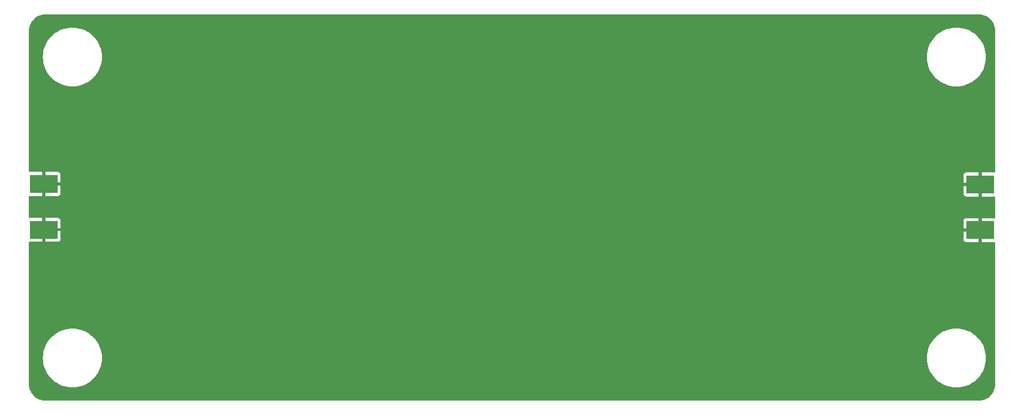
<source format=gbr>
%TF.GenerationSoftware,KiCad,Pcbnew,8.0.6*%
%TF.CreationDate,2025-04-09T11:05:23-07:00*%
%TF.ProjectId,SF_PCB_Rev1-2,53465f50-4342-45f5-9265-76312d322e6b,rev?*%
%TF.SameCoordinates,Original*%
%TF.FileFunction,Copper,L2,Bot*%
%TF.FilePolarity,Positive*%
%FSLAX46Y46*%
G04 Gerber Fmt 4.6, Leading zero omitted, Abs format (unit mm)*
G04 Created by KiCad (PCBNEW 8.0.6) date 2025-04-09 11:05:23*
%MOMM*%
%LPD*%
G01*
G04 APERTURE LIST*
%TA.AperFunction,SMDPad,CuDef*%
%ADD10R,4.191000X2.667000*%
%TD*%
%TA.AperFunction,ViaPad*%
%ADD11C,1.400000*%
%TD*%
%TA.AperFunction,ViaPad*%
%ADD12C,0.800000*%
%TD*%
G04 APERTURE END LIST*
D10*
%TO.P,J15,4*%
%TO.N,/SMDFilter/GND*%
X206495000Y-81167860D03*
%TO.P,J15,6*%
X206495000Y-74182860D03*
%TD*%
%TO.P,J11,4*%
%TO.N,/SMDFilter/GND*%
X63445000Y-74112860D03*
%TO.P,J11,6*%
X63445000Y-81097860D03*
%TD*%
D11*
%TO.N,/SMDFilter/GND*%
X146035000Y-68029500D03*
X165085000Y-68029500D03*
D12*
X66452500Y-74097860D03*
D11*
X165086000Y-87309500D03*
D12*
X203337500Y-81205360D03*
D11*
X149846000Y-87309500D03*
D12*
X203345000Y-74205360D03*
D11*
X149845000Y-68029500D03*
D12*
X66445000Y-81105360D03*
D11*
X161275000Y-68029500D03*
X153655000Y-68029500D03*
X153656000Y-87309500D03*
X157465000Y-68029500D03*
X161276000Y-87309500D03*
X157466000Y-87309500D03*
X146036000Y-87309500D03*
%TD*%
%TA.AperFunction,Conductor*%
%TO.N,/SMDFilter/GND*%
G36*
X206288736Y-48206086D02*
G01*
X206578799Y-48223631D01*
X206593662Y-48225436D01*
X206875802Y-48277140D01*
X206890324Y-48280719D01*
X207164200Y-48366061D01*
X207178166Y-48371358D01*
X207439746Y-48489084D01*
X207453004Y-48496043D01*
X207698475Y-48644434D01*
X207710784Y-48652930D01*
X207936588Y-48829833D01*
X207947788Y-48839755D01*
X208150619Y-49042583D01*
X208160548Y-49053791D01*
X208337443Y-49279579D01*
X208345949Y-49291902D01*
X208494341Y-49537366D01*
X208501300Y-49550625D01*
X208619021Y-49812185D01*
X208624331Y-49826185D01*
X208709668Y-50100030D01*
X208713252Y-50114569D01*
X208764960Y-50396706D01*
X208766765Y-50411571D01*
X208784274Y-50700969D01*
X208784500Y-50708457D01*
X208784500Y-72227028D01*
X208764815Y-72294067D01*
X208712011Y-72339822D01*
X208647252Y-72350318D01*
X208638345Y-72349360D01*
X206745000Y-72349360D01*
X206745000Y-76016360D01*
X208638328Y-76016360D01*
X208638339Y-76016359D01*
X208647242Y-76015402D01*
X208716002Y-76027806D01*
X208767140Y-76075415D01*
X208784500Y-76138691D01*
X208784500Y-79212028D01*
X208764815Y-79279067D01*
X208712011Y-79324822D01*
X208647252Y-79335318D01*
X208638345Y-79334360D01*
X206745000Y-79334360D01*
X206745000Y-83001360D01*
X208638328Y-83001360D01*
X208638339Y-83001359D01*
X208647242Y-83000402D01*
X208716002Y-83012806D01*
X208767140Y-83060415D01*
X208784500Y-83123691D01*
X208784500Y-104631864D01*
X208784499Y-104631882D01*
X208784499Y-104701619D01*
X208784273Y-104709104D01*
X208766732Y-104999165D01*
X208764927Y-105014030D01*
X208713228Y-105296161D01*
X208709645Y-105310700D01*
X208624312Y-105584551D01*
X208619002Y-105598552D01*
X208501285Y-105860117D01*
X208494326Y-105873376D01*
X208345939Y-106118843D01*
X208337433Y-106131166D01*
X208160545Y-106356951D01*
X208150616Y-106368160D01*
X207947788Y-106570990D01*
X207936580Y-106580919D01*
X207710791Y-106757815D01*
X207698468Y-106766321D01*
X207453008Y-106914710D01*
X207439748Y-106921670D01*
X207178177Y-107039393D01*
X207164177Y-107044702D01*
X206890338Y-107130035D01*
X206875799Y-107133619D01*
X206593662Y-107185323D01*
X206578797Y-107187128D01*
X206289397Y-107204634D01*
X206281910Y-107204860D01*
X63718751Y-107204860D01*
X63711264Y-107204634D01*
X63421207Y-107187088D01*
X63406342Y-107185283D01*
X63124209Y-107133580D01*
X63109670Y-107129996D01*
X62835832Y-107044664D01*
X62821831Y-107039354D01*
X62560276Y-106921636D01*
X62547018Y-106914678D01*
X62301551Y-106766287D01*
X62289227Y-106757780D01*
X62063446Y-106580889D01*
X62052238Y-106570960D01*
X61849413Y-106368133D01*
X61839484Y-106356924D01*
X61662597Y-106131140D01*
X61654093Y-106118820D01*
X61505708Y-105873357D01*
X61498749Y-105860098D01*
X61381034Y-105598539D01*
X61375724Y-105584538D01*
X61290391Y-105310684D01*
X61286810Y-105296152D01*
X61271145Y-105210666D01*
X61235111Y-105014022D01*
X61233307Y-104999160D01*
X61227699Y-104906433D01*
X61215725Y-104708441D01*
X61215500Y-104700957D01*
X61215501Y-104639475D01*
X61215500Y-104639471D01*
X61215500Y-100705360D01*
X63339693Y-100705360D01*
X63358912Y-101121057D01*
X63358912Y-101121062D01*
X63358913Y-101121067D01*
X63416403Y-101533205D01*
X63416405Y-101533213D01*
X63511679Y-101938293D01*
X63643928Y-102332870D01*
X63643931Y-102332877D01*
X63812005Y-102713529D01*
X63812010Y-102713539D01*
X63812014Y-102713548D01*
X63812018Y-102713556D01*
X63812019Y-102713557D01*
X64014506Y-103077090D01*
X64014509Y-103077094D01*
X64014511Y-103077098D01*
X64249687Y-103420413D01*
X64249689Y-103420415D01*
X64249696Y-103420425D01*
X64511760Y-103736015D01*
X64515538Y-103740565D01*
X64809794Y-104034821D01*
X64809805Y-104034830D01*
X65129933Y-104300662D01*
X65129939Y-104300666D01*
X65129946Y-104300672D01*
X65473261Y-104535848D01*
X65836811Y-104738345D01*
X65836828Y-104738352D01*
X65836829Y-104738353D01*
X65911664Y-104771396D01*
X66217495Y-104906433D01*
X66612063Y-105038679D01*
X67017151Y-105133955D01*
X67429302Y-105191447D01*
X67844999Y-105210666D01*
X68260696Y-105191447D01*
X68672847Y-105133955D01*
X69077935Y-105038679D01*
X69472503Y-104906433D01*
X69853187Y-104738345D01*
X70216737Y-104535848D01*
X70560052Y-104300672D01*
X70880204Y-104034821D01*
X71174460Y-103740565D01*
X71440311Y-103420413D01*
X71675487Y-103077098D01*
X71877984Y-102713548D01*
X72046072Y-102332864D01*
X72178318Y-101938296D01*
X72273594Y-101533208D01*
X72331086Y-101121057D01*
X72350305Y-100705360D01*
X198339694Y-100705360D01*
X198358913Y-101121057D01*
X198358913Y-101121062D01*
X198358914Y-101121067D01*
X198416404Y-101533205D01*
X198416406Y-101533213D01*
X198511680Y-101938293D01*
X198643929Y-102332870D01*
X198643932Y-102332877D01*
X198812006Y-102713529D01*
X198812011Y-102713539D01*
X198812015Y-102713548D01*
X198812019Y-102713556D01*
X198812020Y-102713557D01*
X199014507Y-103077090D01*
X199014510Y-103077094D01*
X199014512Y-103077098D01*
X199249688Y-103420413D01*
X199249690Y-103420415D01*
X199249697Y-103420425D01*
X199511761Y-103736015D01*
X199515539Y-103740565D01*
X199809795Y-104034821D01*
X199809806Y-104034830D01*
X200129934Y-104300662D01*
X200129940Y-104300666D01*
X200129947Y-104300672D01*
X200473262Y-104535848D01*
X200836812Y-104738345D01*
X200836829Y-104738352D01*
X200836830Y-104738353D01*
X200911665Y-104771396D01*
X201217496Y-104906433D01*
X201612064Y-105038679D01*
X202017152Y-105133955D01*
X202429303Y-105191447D01*
X202845000Y-105210666D01*
X203260697Y-105191447D01*
X203672848Y-105133955D01*
X204077936Y-105038679D01*
X204472504Y-104906433D01*
X204853188Y-104738345D01*
X205216738Y-104535848D01*
X205560053Y-104300672D01*
X205880205Y-104034821D01*
X206174461Y-103740565D01*
X206440312Y-103420413D01*
X206675488Y-103077098D01*
X206877985Y-102713548D01*
X207046073Y-102332864D01*
X207178319Y-101938296D01*
X207273595Y-101533208D01*
X207331087Y-101121057D01*
X207350306Y-100705360D01*
X207331087Y-100289663D01*
X207273595Y-99877512D01*
X207178319Y-99472424D01*
X207046073Y-99077856D01*
X206877985Y-98697172D01*
X206675488Y-98333622D01*
X206440312Y-97990307D01*
X206440306Y-97990300D01*
X206440302Y-97990294D01*
X206174470Y-97670166D01*
X206174461Y-97670155D01*
X205880205Y-97375899D01*
X205767528Y-97282333D01*
X205560065Y-97110057D01*
X205560055Y-97110050D01*
X205560053Y-97110048D01*
X205216738Y-96874872D01*
X205216734Y-96874870D01*
X205216730Y-96874867D01*
X204853197Y-96672380D01*
X204853196Y-96672379D01*
X204853188Y-96672375D01*
X204853179Y-96672371D01*
X204853169Y-96672366D01*
X204472517Y-96504292D01*
X204472510Y-96504289D01*
X204077933Y-96372040D01*
X203672853Y-96276766D01*
X203672845Y-96276764D01*
X203260707Y-96219274D01*
X203260702Y-96219273D01*
X203260697Y-96219273D01*
X202845000Y-96200054D01*
X202429303Y-96219273D01*
X202429297Y-96219273D01*
X202429292Y-96219274D01*
X202017154Y-96276764D01*
X202017146Y-96276766D01*
X201612066Y-96372040D01*
X201217489Y-96504289D01*
X201217482Y-96504292D01*
X200836830Y-96672366D01*
X200836802Y-96672380D01*
X200473269Y-96874867D01*
X200473263Y-96874871D01*
X200129944Y-97110050D01*
X200129934Y-97110057D01*
X199809806Y-97375889D01*
X199809786Y-97375907D01*
X199515547Y-97670146D01*
X199515529Y-97670166D01*
X199249697Y-97990294D01*
X199249690Y-97990304D01*
X199014511Y-98333623D01*
X199014507Y-98333629D01*
X198812020Y-98697162D01*
X198812006Y-98697190D01*
X198643932Y-99077842D01*
X198643929Y-99077849D01*
X198511680Y-99472426D01*
X198416406Y-99877506D01*
X198416404Y-99877514D01*
X198358914Y-100289652D01*
X198358913Y-100289657D01*
X198358913Y-100289663D01*
X198339694Y-100705360D01*
X72350305Y-100705360D01*
X72331086Y-100289663D01*
X72273594Y-99877512D01*
X72178318Y-99472424D01*
X72046072Y-99077856D01*
X71877984Y-98697172D01*
X71675487Y-98333622D01*
X71440311Y-97990307D01*
X71440305Y-97990300D01*
X71440301Y-97990294D01*
X71174469Y-97670166D01*
X71174460Y-97670155D01*
X70880204Y-97375899D01*
X70767527Y-97282333D01*
X70560064Y-97110057D01*
X70560054Y-97110050D01*
X70560052Y-97110048D01*
X70216737Y-96874872D01*
X70216733Y-96874870D01*
X70216729Y-96874867D01*
X69853196Y-96672380D01*
X69853195Y-96672379D01*
X69853187Y-96672375D01*
X69853178Y-96672371D01*
X69853168Y-96672366D01*
X69472516Y-96504292D01*
X69472509Y-96504289D01*
X69077932Y-96372040D01*
X68672852Y-96276766D01*
X68672844Y-96276764D01*
X68260706Y-96219274D01*
X68260701Y-96219273D01*
X68260696Y-96219273D01*
X67844999Y-96200054D01*
X67429302Y-96219273D01*
X67429296Y-96219273D01*
X67429291Y-96219274D01*
X67017153Y-96276764D01*
X67017145Y-96276766D01*
X66612065Y-96372040D01*
X66217488Y-96504289D01*
X66217481Y-96504292D01*
X65836829Y-96672366D01*
X65836801Y-96672380D01*
X65473268Y-96874867D01*
X65473262Y-96874871D01*
X65129943Y-97110050D01*
X65129933Y-97110057D01*
X64809805Y-97375889D01*
X64809785Y-97375907D01*
X64515546Y-97670146D01*
X64515528Y-97670166D01*
X64249696Y-97990294D01*
X64249689Y-97990304D01*
X64014510Y-98333623D01*
X64014506Y-98333629D01*
X63812019Y-98697162D01*
X63812005Y-98697190D01*
X63643931Y-99077842D01*
X63643928Y-99077849D01*
X63511679Y-99472426D01*
X63416405Y-99877506D01*
X63416403Y-99877514D01*
X63358913Y-100289652D01*
X63358912Y-100289657D01*
X63358912Y-100289663D01*
X63339693Y-100705360D01*
X61215500Y-100705360D01*
X61215500Y-83055360D01*
X61235185Y-82988321D01*
X61287989Y-82942566D01*
X61339500Y-82931360D01*
X63195000Y-82931360D01*
X63695000Y-82931360D01*
X65588328Y-82931360D01*
X65588344Y-82931359D01*
X65647872Y-82924958D01*
X65647879Y-82924956D01*
X65782586Y-82874714D01*
X65782593Y-82874710D01*
X65897687Y-82788550D01*
X65897690Y-82788547D01*
X65983850Y-82673453D01*
X65983854Y-82673446D01*
X66030193Y-82549204D01*
X203899500Y-82549204D01*
X203905901Y-82608732D01*
X203905903Y-82608739D01*
X203956145Y-82743446D01*
X203956149Y-82743453D01*
X204042309Y-82858547D01*
X204042312Y-82858550D01*
X204157406Y-82944710D01*
X204157413Y-82944714D01*
X204292120Y-82994956D01*
X204292127Y-82994958D01*
X204351655Y-83001359D01*
X204351672Y-83001360D01*
X206245000Y-83001360D01*
X206245000Y-81417860D01*
X203899500Y-81417860D01*
X203899500Y-82549204D01*
X66030193Y-82549204D01*
X66034096Y-82538739D01*
X66034098Y-82538732D01*
X66040499Y-82479204D01*
X66040500Y-82479187D01*
X66040500Y-81347860D01*
X63695000Y-81347860D01*
X63695000Y-82931360D01*
X63195000Y-82931360D01*
X63195000Y-80847860D01*
X63695000Y-80847860D01*
X66040500Y-80847860D01*
X66040500Y-79786515D01*
X203899500Y-79786515D01*
X203899500Y-80917860D01*
X206245000Y-80917860D01*
X206245000Y-79334360D01*
X204351655Y-79334360D01*
X204292127Y-79340761D01*
X204292120Y-79340763D01*
X204157413Y-79391005D01*
X204157406Y-79391009D01*
X204042312Y-79477169D01*
X204042309Y-79477172D01*
X203956149Y-79592266D01*
X203956145Y-79592273D01*
X203905903Y-79726980D01*
X203905901Y-79726987D01*
X203899500Y-79786515D01*
X66040500Y-79786515D01*
X66040500Y-79716532D01*
X66040499Y-79716515D01*
X66034098Y-79656987D01*
X66034096Y-79656980D01*
X65983854Y-79522273D01*
X65983850Y-79522266D01*
X65897690Y-79407172D01*
X65897687Y-79407169D01*
X65782593Y-79321009D01*
X65782586Y-79321005D01*
X65647879Y-79270763D01*
X65647872Y-79270761D01*
X65588344Y-79264360D01*
X63695000Y-79264360D01*
X63695000Y-80847860D01*
X63195000Y-80847860D01*
X63195000Y-79264360D01*
X61339500Y-79264360D01*
X61272461Y-79244675D01*
X61226706Y-79191871D01*
X61215500Y-79140360D01*
X61215500Y-76070360D01*
X61235185Y-76003321D01*
X61287989Y-75957566D01*
X61339500Y-75946360D01*
X63195000Y-75946360D01*
X63695000Y-75946360D01*
X65588328Y-75946360D01*
X65588344Y-75946359D01*
X65647872Y-75939958D01*
X65647879Y-75939956D01*
X65782586Y-75889714D01*
X65782593Y-75889710D01*
X65897687Y-75803550D01*
X65897690Y-75803547D01*
X65983850Y-75688453D01*
X65983854Y-75688446D01*
X66030193Y-75564204D01*
X203899500Y-75564204D01*
X203905901Y-75623732D01*
X203905903Y-75623739D01*
X203956145Y-75758446D01*
X203956149Y-75758453D01*
X204042309Y-75873547D01*
X204042312Y-75873550D01*
X204157406Y-75959710D01*
X204157413Y-75959714D01*
X204292120Y-76009956D01*
X204292127Y-76009958D01*
X204351655Y-76016359D01*
X204351672Y-76016360D01*
X206245000Y-76016360D01*
X206245000Y-74432860D01*
X203899500Y-74432860D01*
X203899500Y-75564204D01*
X66030193Y-75564204D01*
X66034096Y-75553739D01*
X66034098Y-75553732D01*
X66040499Y-75494204D01*
X66040500Y-75494187D01*
X66040500Y-74362860D01*
X63695000Y-74362860D01*
X63695000Y-75946360D01*
X63195000Y-75946360D01*
X63195000Y-73862860D01*
X63695000Y-73862860D01*
X66040500Y-73862860D01*
X66040500Y-72801515D01*
X203899500Y-72801515D01*
X203899500Y-73932860D01*
X206245000Y-73932860D01*
X206245000Y-72349360D01*
X204351655Y-72349360D01*
X204292127Y-72355761D01*
X204292120Y-72355763D01*
X204157413Y-72406005D01*
X204157406Y-72406009D01*
X204042312Y-72492169D01*
X204042309Y-72492172D01*
X203956149Y-72607266D01*
X203956145Y-72607273D01*
X203905903Y-72741980D01*
X203905901Y-72741987D01*
X203899500Y-72801515D01*
X66040500Y-72801515D01*
X66040500Y-72731532D01*
X66040499Y-72731515D01*
X66034098Y-72671987D01*
X66034096Y-72671980D01*
X65983854Y-72537273D01*
X65983850Y-72537266D01*
X65897690Y-72422172D01*
X65897687Y-72422169D01*
X65782593Y-72336009D01*
X65782586Y-72336005D01*
X65647879Y-72285763D01*
X65647872Y-72285761D01*
X65588344Y-72279360D01*
X63695000Y-72279360D01*
X63695000Y-73862860D01*
X63195000Y-73862860D01*
X63195000Y-72279360D01*
X61339500Y-72279360D01*
X61272461Y-72259675D01*
X61226706Y-72206871D01*
X61215500Y-72155360D01*
X61215500Y-54705359D01*
X63339693Y-54705359D01*
X63358912Y-55121056D01*
X63358912Y-55121061D01*
X63358913Y-55121066D01*
X63416403Y-55533204D01*
X63416405Y-55533212D01*
X63511679Y-55938292D01*
X63643928Y-56332869D01*
X63643931Y-56332876D01*
X63812005Y-56713528D01*
X63812010Y-56713538D01*
X63812014Y-56713547D01*
X63812018Y-56713555D01*
X63812019Y-56713556D01*
X64014506Y-57077089D01*
X64014509Y-57077093D01*
X64014511Y-57077097D01*
X64249687Y-57420412D01*
X64249689Y-57420414D01*
X64249696Y-57420424D01*
X64511760Y-57736014D01*
X64515538Y-57740564D01*
X64809794Y-58034820D01*
X64809805Y-58034829D01*
X65129933Y-58300661D01*
X65129939Y-58300665D01*
X65129946Y-58300671D01*
X65473261Y-58535847D01*
X65836811Y-58738344D01*
X66217495Y-58906432D01*
X66612063Y-59038678D01*
X67017151Y-59133954D01*
X67429302Y-59191446D01*
X67844999Y-59210665D01*
X68260696Y-59191446D01*
X68672847Y-59133954D01*
X69077935Y-59038678D01*
X69472503Y-58906432D01*
X69853187Y-58738344D01*
X70216737Y-58535847D01*
X70560052Y-58300671D01*
X70880204Y-58034820D01*
X71174460Y-57740564D01*
X71440311Y-57420412D01*
X71675487Y-57077097D01*
X71877984Y-56713547D01*
X72046072Y-56332863D01*
X72178318Y-55938295D01*
X72273594Y-55533207D01*
X72331086Y-55121056D01*
X72350305Y-54705359D01*
X198339694Y-54705359D01*
X198358913Y-55121056D01*
X198358913Y-55121061D01*
X198358914Y-55121066D01*
X198416404Y-55533204D01*
X198416406Y-55533212D01*
X198511680Y-55938292D01*
X198643929Y-56332869D01*
X198643932Y-56332876D01*
X198812006Y-56713528D01*
X198812011Y-56713538D01*
X198812015Y-56713547D01*
X198812019Y-56713555D01*
X198812020Y-56713556D01*
X199014507Y-57077089D01*
X199014510Y-57077093D01*
X199014512Y-57077097D01*
X199249688Y-57420412D01*
X199249690Y-57420414D01*
X199249697Y-57420424D01*
X199511761Y-57736014D01*
X199515539Y-57740564D01*
X199809795Y-58034820D01*
X199809806Y-58034829D01*
X200129934Y-58300661D01*
X200129940Y-58300665D01*
X200129947Y-58300671D01*
X200473262Y-58535847D01*
X200836812Y-58738344D01*
X201217496Y-58906432D01*
X201612064Y-59038678D01*
X202017152Y-59133954D01*
X202429303Y-59191446D01*
X202845000Y-59210665D01*
X203260697Y-59191446D01*
X203672848Y-59133954D01*
X204077936Y-59038678D01*
X204472504Y-58906432D01*
X204853188Y-58738344D01*
X205216738Y-58535847D01*
X205560053Y-58300671D01*
X205880205Y-58034820D01*
X206174461Y-57740564D01*
X206440312Y-57420412D01*
X206675488Y-57077097D01*
X206877985Y-56713547D01*
X207046073Y-56332863D01*
X207178319Y-55938295D01*
X207273595Y-55533207D01*
X207331087Y-55121056D01*
X207350306Y-54705359D01*
X207331087Y-54289662D01*
X207273595Y-53877511D01*
X207178319Y-53472423D01*
X207046073Y-53077855D01*
X206877985Y-52697171D01*
X206675488Y-52333621D01*
X206440312Y-51990306D01*
X206440306Y-51990299D01*
X206440302Y-51990293D01*
X206174470Y-51670165D01*
X206174461Y-51670154D01*
X205880205Y-51375898D01*
X205767528Y-51282332D01*
X205560065Y-51110056D01*
X205560055Y-51110049D01*
X205560053Y-51110047D01*
X205216738Y-50874871D01*
X205216734Y-50874869D01*
X205216730Y-50874866D01*
X204853197Y-50672379D01*
X204853196Y-50672378D01*
X204853188Y-50672374D01*
X204853179Y-50672370D01*
X204853169Y-50672365D01*
X204472517Y-50504291D01*
X204472510Y-50504288D01*
X204077933Y-50372039D01*
X203672853Y-50276765D01*
X203672845Y-50276763D01*
X203260707Y-50219273D01*
X203260702Y-50219272D01*
X203260697Y-50219272D01*
X202845000Y-50200053D01*
X202429303Y-50219272D01*
X202429297Y-50219272D01*
X202429292Y-50219273D01*
X202017154Y-50276763D01*
X202017146Y-50276765D01*
X201612066Y-50372039D01*
X201217489Y-50504288D01*
X201217482Y-50504291D01*
X200836830Y-50672365D01*
X200836802Y-50672379D01*
X200473269Y-50874866D01*
X200473263Y-50874870D01*
X200129944Y-51110049D01*
X200129934Y-51110056D01*
X199809806Y-51375888D01*
X199809786Y-51375906D01*
X199515547Y-51670145D01*
X199515529Y-51670165D01*
X199249697Y-51990293D01*
X199249690Y-51990303D01*
X199014511Y-52333622D01*
X199014507Y-52333628D01*
X198812020Y-52697161D01*
X198812006Y-52697189D01*
X198643932Y-53077841D01*
X198643929Y-53077848D01*
X198511680Y-53472425D01*
X198416406Y-53877505D01*
X198416404Y-53877513D01*
X198358914Y-54289651D01*
X198358913Y-54289656D01*
X198358913Y-54289662D01*
X198339694Y-54705359D01*
X72350305Y-54705359D01*
X72331086Y-54289662D01*
X72273594Y-53877511D01*
X72178318Y-53472423D01*
X72046072Y-53077855D01*
X71877984Y-52697171D01*
X71675487Y-52333621D01*
X71440311Y-51990306D01*
X71440305Y-51990299D01*
X71440301Y-51990293D01*
X71174469Y-51670165D01*
X71174460Y-51670154D01*
X70880204Y-51375898D01*
X70767527Y-51282332D01*
X70560064Y-51110056D01*
X70560054Y-51110049D01*
X70560052Y-51110047D01*
X70216737Y-50874871D01*
X70216733Y-50874869D01*
X70216729Y-50874866D01*
X69853196Y-50672379D01*
X69853195Y-50672378D01*
X69853187Y-50672374D01*
X69853178Y-50672370D01*
X69853168Y-50672365D01*
X69472516Y-50504291D01*
X69472509Y-50504288D01*
X69077932Y-50372039D01*
X68672852Y-50276765D01*
X68672844Y-50276763D01*
X68260706Y-50219273D01*
X68260701Y-50219272D01*
X68260696Y-50219272D01*
X67844999Y-50200053D01*
X67429302Y-50219272D01*
X67429296Y-50219272D01*
X67429291Y-50219273D01*
X67017153Y-50276763D01*
X67017145Y-50276765D01*
X66612065Y-50372039D01*
X66217488Y-50504288D01*
X66217481Y-50504291D01*
X65836829Y-50672365D01*
X65836801Y-50672379D01*
X65473268Y-50874866D01*
X65473262Y-50874870D01*
X65129943Y-51110049D01*
X65129933Y-51110056D01*
X64809805Y-51375888D01*
X64809785Y-51375906D01*
X64515546Y-51670145D01*
X64515528Y-51670165D01*
X64249696Y-51990293D01*
X64249689Y-51990303D01*
X64014510Y-52333622D01*
X64014506Y-52333628D01*
X63812019Y-52697161D01*
X63812005Y-52697189D01*
X63643931Y-53077841D01*
X63643928Y-53077848D01*
X63511679Y-53472425D01*
X63416405Y-53877505D01*
X63416403Y-53877513D01*
X63358913Y-54289651D01*
X63358912Y-54289656D01*
X63358912Y-54289662D01*
X63339693Y-54705359D01*
X61215500Y-54705359D01*
X61215500Y-50709103D01*
X61215726Y-50701616D01*
X61233271Y-50411565D01*
X61235076Y-50396700D01*
X61239596Y-50372039D01*
X61286780Y-50114557D01*
X61290364Y-50100023D01*
X61367096Y-49853782D01*
X61375696Y-49826182D01*
X61380998Y-49812201D01*
X61498731Y-49550609D01*
X61505676Y-49537376D01*
X61654080Y-49291886D01*
X61662567Y-49279590D01*
X61839480Y-49053777D01*
X61849399Y-49042583D01*
X62052226Y-48839755D01*
X62063417Y-48829840D01*
X62289230Y-48652927D01*
X62301526Y-48644440D01*
X62547016Y-48496036D01*
X62560249Y-48489091D01*
X62821841Y-48371358D01*
X62835822Y-48366056D01*
X63109668Y-48280722D01*
X63124197Y-48277140D01*
X63406344Y-48225435D01*
X63421201Y-48223631D01*
X63711264Y-48206086D01*
X63718751Y-48205860D01*
X63780892Y-48205860D01*
X206219108Y-48205860D01*
X206281249Y-48205860D01*
X206288736Y-48206086D01*
G37*
%TD.AperFunction*%
%TD*%
M02*

</source>
